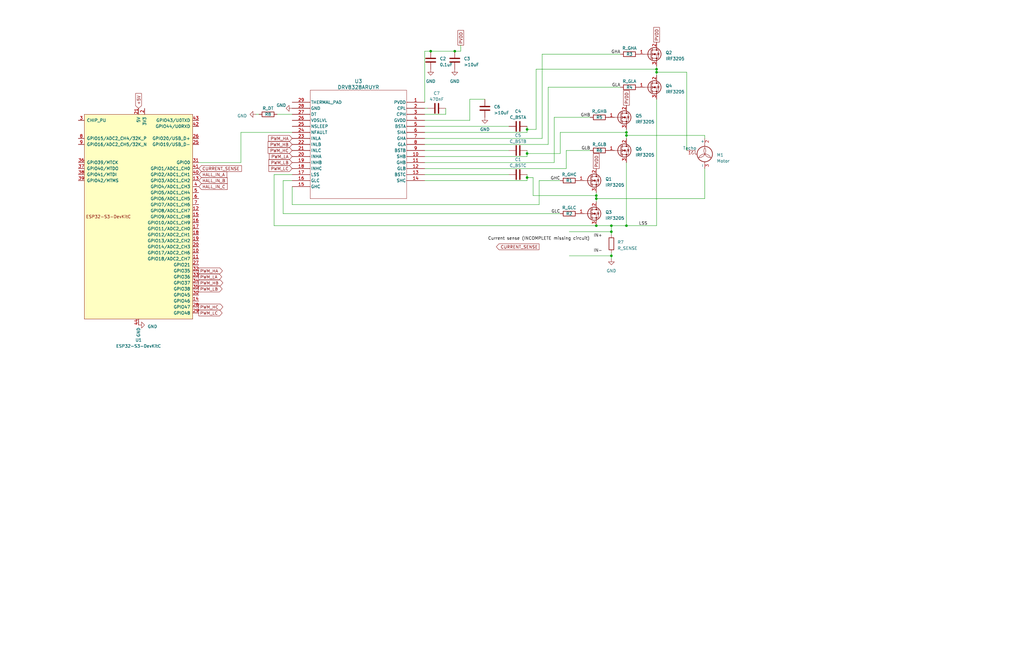
<source format=kicad_sch>
(kicad_sch (version 20230121) (generator eeschema)
  (paper "B")
  (lib_symbols
    (symbol "2023-05-01_18-34-24:DRV8328ARUYR" (pin_names (offset 0.254))
      (property "Reference" "U" (at 27.94 10.16 0))
      (property "Value" "DRV8328ARUYR" (at 27.94 7.62 0))
      (symbol "DRV8328ARUYR_0_1"
        (polyline (pts (xy 7.62 -40.64) (xy 48.26 -40.64)) (stroke (width 0.127)))
        (polyline (pts (xy 7.62 5.08) (xy 7.62 -40.64)) (stroke (width 0.127)))
        (polyline (pts (xy 48.26 -40.64) (xy 48.26 5.08)) (stroke (width 0.127)))
        (polyline (pts (xy 48.26 5.08) (xy 7.62 5.08)) (stroke (width 0.127)))
        (pin power_in line (at 0 0 0) (length 7.62) (name "PVDD") (number "1"))
        (pin bidirectional line (at 0 -22.86 0) (length 7.62) (name "SHB") (number "10"))
        (pin output line (at 0 -25.4 0) (length 7.62) (name "GHB") (number "11"))
        (pin output line (at 0 -27.94 0) (length 7.62) (name "GLB") (number "12"))
        (pin output line (at 0 -30.48 0) (length 7.62) (name "BSTC") (number "13"))
        (pin bidirectional line (at 0 -33.02 0) (length 7.62) (name "SHC") (number "14"))
        (pin output line (at 55.88 -35.56 180) (length 7.62) (name "GHC") (number "15"))
        (pin output line (at 55.88 -33.02 180) (length 7.62) (name "GLC") (number "16"))
        (pin power_in line (at 55.88 -30.48 180) (length 7.62) (name "LSS") (number "17"))
        (pin input line (at 55.88 -27.94 180) (length 7.62) (name "INHC") (number "18"))
        (pin input line (at 55.88 -25.4 180) (length 7.62) (name "INHB") (number "19"))
        (pin power_in line (at 0 -2.54 0) (length 7.62) (name "CPL") (number "2"))
        (pin input line (at 55.88 -22.86 180) (length 7.62) (name "INHA") (number "20"))
        (pin input line (at 55.88 -20.32 180) (length 7.62) (name "INLC") (number "21"))
        (pin input line (at 55.88 -17.78 180) (length 7.62) (name "INLB") (number "22"))
        (pin input line (at 55.88 -15.24 180) (length 7.62) (name "INLA") (number "23"))
        (pin output line (at 55.88 -12.7 180) (length 7.62) (name "NFAULT") (number "24"))
        (pin input line (at 55.88 -10.16 180) (length 7.62) (name "NSLEEP") (number "25"))
        (pin input line (at 55.88 -7.62 180) (length 7.62) (name "VDSLVL") (number "26"))
        (pin input line (at 55.88 -5.08 180) (length 7.62) (name "DT") (number "27"))
        (pin power_in line (at 55.88 -2.54 180) (length 7.62) (name "GND") (number "28"))
        (pin power_out line (at 55.88 0 180) (length 7.62) (name "THERMAL_PAD") (number "29"))
        (pin power_in line (at 0 -5.08 0) (length 7.62) (name "CPH") (number "3"))
        (pin power_in line (at 0 -7.62 0) (length 7.62) (name "GVDD") (number "4"))
        (pin output line (at 0 -10.16 0) (length 7.62) (name "BSTA") (number "5"))
        (pin bidirectional line (at 0 -12.7 0) (length 7.62) (name "SHA") (number "6"))
        (pin output line (at 0 -15.24 0) (length 7.62) (name "GHA") (number "7"))
        (pin output line (at 0 -17.78 0) (length 7.62) (name "GLA") (number "8"))
        (pin output line (at 0 -20.32 0) (length 7.62) (name "BSTB") (number "9"))
      )
    )
    (symbol "Device:C" (pin_numbers hide) (pin_names (offset 0.254))
      (property "Reference" "C" (at 0.635 2.54 0))
      (property "Value" "C" (at 0.635 -2.54 0))
      (symbol "C_0_1"
        (polyline (pts (xy -2.032 -0.762) (xy 2.032 -0.762)) (stroke (width 0.508)))
        (polyline (pts (xy -2.032 0.762) (xy 2.032 0.762)) (stroke (width 0.508)))
      )
      (symbol "C_1_1"
        (pin passive line (at 0 3.81 270) (length 2.794) (name "~") (number "1"))
        (pin passive line (at 0 -3.81 90) (length 2.794) (name "~") (number "2"))
      )
    )
    (symbol "Device:R" (pin_numbers hide) (pin_names (offset 0))
      (property "Reference" "R" (at 2.032 0 90))
      (property "Value" "R" (at 0 0 90))
      (symbol "R_0_1"
        (rectangle (start -1.016 -2.54) (end 1.016 2.54) (stroke (width 0.254)))
      )
      (symbol "R_1_1"
        (pin passive line (at 0 3.81 270) (length 1.27) (name "~") (number "1"))
        (pin passive line (at 0 -3.81 90) (length 1.27) (name "~") (number "2"))
      )
    )
    (symbol "Espressif:ESP32-S3-DevKitC" (pin_names (offset 1.016))
      (property "Reference" "U" (at -22.86 48.26 0))
      (property "Value" "ESP32-S3-DevKitC" (at -22.86 45.72 0))
      (symbol "ESP32-S3-DevKitC_0_0"
        (text "ESP32-S3-DevKitC" (at -12.7 0 0) (effects (font (size 1.27 1.27))))
        (pin bidirectional line (at 25.4 -35.56 180) (length 2.54) (name "GPIO46") (number "14"))
        (pin bidirectional line (at 25.4 -10.16 180) (length 2.54) (name "GPIO13/ADC2_CH2") (number "19"))
        (pin bidirectional line (at -25.4 15.24 0) (length 2.54) (name "GPIO42/MTMS") (number "39"))
        (pin bidirectional line (at 25.4 17.78 180) (length 2.54) (name "GPIO2/ADC1_CH1") (number "40"))
        (pin bidirectional line (at 25.4 20.32 180) (length 2.54) (name "GPIO1/ADC1_CH0") (number "41"))
        (pin bidirectional line (at 25.4 38.1 180) (length 2.54) (name "GPIO44/U0RXD") (number "42"))
        (pin bidirectional line (at 25.4 40.64 180) (length 2.54) (name "GPIO43/U0TXD") (number "43"))
        (pin power_in line (at 0 -43.18 270) (length 2.54) (name "GND") (number "44"))
      )
      (symbol "ESP32-S3-DevKitC_0_1"
        (rectangle (start -22.86 43.18) (end 22.86 -43.18) (fill (type background)))
        (pin power_in line (at 2.54 45.72 270) (length 2.54) (name "3V3") (number "2"))
      )
      (symbol "ESP32-S3-DevKitC_1_1"
        (pin passive line (at 2.54 45.72 270) (length 2.54) hide (name "3V3") (number "1"))
        (pin bidirectional line (at 25.4 -15.24 180) (length 2.54) (name "GPIO17/ADC2_CH6") (number "10"))
        (pin bidirectional line (at 25.4 -17.78 180) (length 2.54) (name "GPIO18/ADC2_CH7") (number "11"))
        (pin bidirectional line (at 25.4 2.54 180) (length 2.54) (name "GPIO8/ADC1_CH7") (number "12"))
        (pin bidirectional line (at 25.4 15.24 180) (length 2.54) (name "GPIO3/ADC1_CH2") (number "13"))
        (pin bidirectional line (at 25.4 0 180) (length 2.54) (name "GPIO9/ADC1_CH8") (number "15"))
        (pin bidirectional line (at 25.4 -2.54 180) (length 2.54) (name "GPIO10/ADC1_CH9") (number "16"))
        (pin bidirectional line (at 25.4 -5.08 180) (length 2.54) (name "GPIO11/ADC2_CH0") (number "17"))
        (pin bidirectional line (at 25.4 -7.62 180) (length 2.54) (name "GPIO12/ADC2_CH1") (number "18"))
        (pin bidirectional line (at 25.4 -12.7 180) (length 2.54) (name "GPIO14/ADC2_CH3") (number "20"))
        (pin power_in line (at 0 45.72 270) (length 2.54) (name "5V") (number "21"))
        (pin passive line (at 0 -43.18 270) (length 2.54) hide (name "GND") (number "22"))
        (pin passive line (at 0 -43.18 270) (length 2.54) hide (name "GND") (number "23"))
        (pin passive line (at 0 -43.18 270) (length 2.54) hide (name "GND") (number "24"))
        (pin bidirectional line (at 25.4 30.48 180) (length 2.54) (name "GPIO19/USB_D-") (number "25"))
        (pin bidirectional line (at 25.4 33.02 180) (length 2.54) (name "GPIO20/USB_D+") (number "26"))
        (pin bidirectional line (at 25.4 -20.32 180) (length 2.54) (name "GPIO21") (number "27"))
        (pin bidirectional line (at 25.4 -38.1 180) (length 2.54) (name "GPIO47") (number "28"))
        (pin bidirectional line (at 25.4 -40.64 180) (length 2.54) (name "GPIO48") (number "29"))
        (pin input line (at -25.4 40.64 0) (length 2.54) (name "CHIP_PU") (number "3"))
        (pin bidirectional line (at 25.4 -33.02 180) (length 2.54) (name "GPIO45") (number "30"))
        (pin bidirectional line (at 25.4 22.86 180) (length 2.54) (name "GPIO0") (number "31"))
        (pin bidirectional line (at 25.4 -22.86 180) (length 2.54) (name "GPIO35") (number "32"))
        (pin bidirectional line (at 25.4 -25.4 180) (length 2.54) (name "GPIO36") (number "33"))
        (pin bidirectional line (at 25.4 -27.94 180) (length 2.54) (name "GPIO37") (number "34"))
        (pin bidirectional line (at 25.4 -30.48 180) (length 2.54) (name "GPIO38") (number "35"))
        (pin bidirectional line (at -25.4 22.86 0) (length 2.54) (name "GPIO39/MTCK") (number "36"))
        (pin bidirectional line (at -25.4 20.32 0) (length 2.54) (name "GPIO40/MTDO") (number "37"))
        (pin bidirectional line (at -25.4 17.78 0) (length 2.54) (name "GPIO41/MTDI") (number "38"))
        (pin bidirectional line (at 25.4 12.7 180) (length 2.54) (name "GPIO4/ADC1_CH3") (number "4"))
        (pin bidirectional line (at 25.4 10.16 180) (length 2.54) (name "GPIO5/ADC1_CH4") (number "5"))
        (pin bidirectional line (at 25.4 7.62 180) (length 2.54) (name "GPIO6/ADC1_CH5") (number "6"))
        (pin bidirectional line (at 25.4 5.08 180) (length 2.54) (name "GPIO7/ADC1_CH6") (number "7"))
        (pin bidirectional line (at -25.4 33.02 0) (length 2.54) (name "GPIO15/ADC2_CH4/32K_P") (number "8"))
        (pin bidirectional line (at -25.4 30.48 0) (length 2.54) (name "GPIO16/ADC2_CH5/32K_N") (number "9"))
      )
    )
    (symbol "Motor:Fan_3pin" (pin_names (offset 0))
      (property "Reference" "M" (at 2.54 2.54 0))
      (property "Value" "Fan_3pin" (at 2.54 -5.08 0))
      (symbol "Fan_3pin_0_0"
        (arc (start -5.588 -1.016) (mid -5.08 -1.5218) (end -4.572 -1.016))
        (arc (start -5.08 -0.508) (mid -5.4392 -0.6568) (end -5.588 -1.016))
        (polyline (pts (xy -5.08 -0.508) (xy -5.334 -0.381)))
        (polyline (pts (xy -5.08 -0.508) (xy -5.207 -0.762)))
        (polyline (pts (xy -4.064 0) (xy -4.064 -1.524) (xy -3.302 -1.524)))
      )
      (symbol "Fan_3pin_0_1"
        (arc (start -2.54 -3.048) (mid 0.0028 -1.6279) (end 0 1.27))
        (circle (center 0 -1.524) (radius 3.2512) (stroke (width 0.254)))
        (polyline (pts (xy -4.064 0) (xy -5.08 0)))
        (polyline (pts (xy 0 -7.62) (xy 0 -7.112)))
        (polyline (pts (xy 0 -4.7752) (xy 0 -5.1816)))
        (polyline (pts (xy 0 1.7272) (xy 0 2.0828)))
        (polyline (pts (xy 0 2.032) (xy 0 2.54)))
        (arc (start 0 1.27) (mid 0.053 -1.619) (end 2.54 -3.048))
        (arc (start 2.54 -3.048) (mid 0 -1.4782) (end -2.54 -3.048))
      )
      (symbol "Fan_3pin_1_1"
        (pin passive line (at -7.62 0 0) (length 2.54) (name "Tacho") (number "1"))
        (pin passive line (at 0 5.08 270) (length 2.54) (name "+") (number "2"))
        (pin passive line (at 0 -7.62 90) (length 2.54) (name "-") (number "3"))
      )
    )
    (symbol "Transistor_FET:IRF3205" (pin_names hide)
      (property "Reference" "Q" (at 6.35 1.905 0))
      (property "Value" "IRF3205" (at 6.35 0 0))
      (symbol "IRF3205_0_1"
        (polyline (pts (xy 0.254 0) (xy -2.54 0)))
        (polyline (pts (xy 0.254 1.905) (xy 0.254 -1.905)) (stroke (width 0.254)))
        (polyline (pts (xy 0.762 -1.27) (xy 0.762 -2.286)) (stroke (width 0.254)))
        (polyline (pts (xy 0.762 0.508) (xy 0.762 -0.508)) (stroke (width 0.254)))
        (polyline (pts (xy 0.762 2.286) (xy 0.762 1.27)) (stroke (width 0.254)))
        (polyline (pts (xy 2.54 2.54) (xy 2.54 1.778)))
        (polyline (pts (xy 2.54 -2.54) (xy 2.54 0) (xy 0.762 0)))
        (polyline (pts (xy 0.762 -1.778) (xy 3.302 -1.778) (xy 3.302 1.778) (xy 0.762 1.778)))
        (polyline (pts (xy 1.016 0) (xy 2.032 0.381) (xy 2.032 -0.381) (xy 1.016 0)) (fill (type outline)))
        (polyline (pts (xy 2.794 0.508) (xy 2.921 0.381) (xy 3.683 0.381) (xy 3.81 0.254)))
        (polyline (pts (xy 3.302 0.381) (xy 2.921 -0.254) (xy 3.683 -0.254) (xy 3.302 0.381)))
        (circle (center 1.651 0) (radius 2.794) (stroke (width 0.254)))
        (circle (center 2.54 -1.778) (radius 0.254) (fill (type outline)))
        (circle (center 2.54 1.778) (radius 0.254) (fill (type outline)))
      )
      (symbol "IRF3205_1_1"
        (pin input line (at -5.08 0 0) (length 2.54) (name "G") (number "1"))
        (pin passive line (at 2.54 5.08 270) (length 2.54) (name "D") (number "2"))
        (pin passive line (at 2.54 -5.08 90) (length 2.54) (name "S") (number "3"))
      )
    )
    (symbol "power:GND" (power) (pin_names (offset 0))
      (property "Value" "GND" (at 0 -3.81 0))
      (symbol "GND_0_1"
        (polyline (pts (xy 0 0) (xy 0 -1.27) (xy 1.27 -1.27) (xy 0 -2.54) (xy -1.27 -1.27) (xy 0 -1.27)))
      )
      (symbol "GND_1_1"
        (pin power_in line (at 0 0 270) (length 0) hide (name "GND") (number "1"))
      )
    )
  )
  (junction (at 257.81 107.95))
  (junction (at 257.81 97.79))
  (junction (at 264.16 57.15))
  (junction (at 191.77 21.59))
  (junction (at 251.46 83.82))
  (junction (at 276.86 30.48))
  (junction (at 222.25 64.77))
  (junction (at 222.25 74.93))
  (junction (at 264.16 55.88))
  (junction (at 264.16 95.25))
  (junction (at 222.25 54.61))
  (junction (at 251.46 82.55))
  (junction (at 276.86 29.21))
  (junction (at 181.61 21.59))
  (junction (at 251.46 95.25))
  (junction (at 257.81 95.25))
  (wire (pts (xy 179.07 58.42) (xy 228.6 58.42)))
  (wire (pts (xy 179.07 50.8) (xy 198.12 50.8)))
  (wire (pts (xy 198.12 41.91) (xy 204.47 41.91)))
  (wire (pts (xy 264.16 57.15) (xy 297.18 57.15)))
  (wire (pts (xy 222.25 73.66) (xy 222.25 74.93)))
  (wire (pts (xy 179.07 76.2) (xy 222.25 76.2)))
  (wire (pts (xy 222.25 64.77) (xy 222.25 66.04)))
  (wire (pts (xy 194.31 21.59) (xy 194.31 19.05)))
  (wire (pts (xy 238.76 63.5) (xy 248.92 63.5)))
  (wire (pts (xy 187.96 48.26) (xy 179.07 48.26)))
  (wire (pts (xy 231.14 60.96) (xy 179.07 60.96)))
  (wire (pts (xy 123.19 76.2) (xy 119.38 76.2)))
  (wire (pts (xy 191.77 21.59) (xy 194.31 21.59)))
  (wire (pts (xy 101.6 55.88) (xy 101.6 68.58)))
  (wire (pts (xy 187.96 45.72) (xy 187.96 48.26)))
  (wire (pts (xy 179.07 73.66) (xy 214.63 73.66)))
  (wire (pts (xy 233.68 49.53) (xy 248.92 49.53)))
  (wire (pts (xy 123.19 55.88) (xy 101.6 55.88)))
  (wire (pts (xy 264.16 95.25) (xy 276.86 95.25)))
  (wire (pts (xy 276.86 95.25) (xy 276.86 41.91)))
  (wire (pts (xy 222.25 74.93) (xy 222.25 76.2)))
  (wire (pts (xy 224.79 82.55) (xy 251.46 82.55)))
  (wire (pts (xy 228.6 22.86) (xy 261.62 22.86)))
  (wire (pts (xy 236.22 64.77) (xy 222.25 64.77)))
  (wire (pts (xy 179.07 63.5) (xy 214.63 63.5)))
  (wire (pts (xy 119.38 90.17) (xy 236.22 90.17)))
  (wire (pts (xy 251.46 83.82) (xy 251.46 85.09)))
  (wire (pts (xy 227.33 76.2) (xy 236.22 76.2)))
  (wire (pts (xy 107.95 48.26) (xy 109.22 48.26)))
  (wire (pts (xy 227.33 86.36) (xy 227.33 76.2)))
  (wire (pts (xy 179.07 21.59) (xy 181.61 21.59)))
  (wire (pts (xy 257.81 107.95) (xy 240.03 107.95)))
  (wire (pts (xy 276.86 30.48) (xy 276.86 29.21)))
  (wire (pts (xy 224.79 74.93) (xy 224.79 82.55)))
  (wire (pts (xy 179.07 21.59) (xy 179.07 43.18)))
  (wire (pts (xy 233.68 68.58) (xy 233.68 49.53)))
  (wire (pts (xy 257.81 99.06) (xy 257.81 97.79)))
  (wire (pts (xy 222.25 54.61) (xy 222.25 53.34)))
  (wire (pts (xy 257.81 97.79) (xy 257.81 95.25)))
  (wire (pts (xy 116.84 48.26) (xy 123.19 48.26)))
  (wire (pts (xy 115.57 95.25) (xy 251.46 95.25)))
  (wire (pts (xy 264.16 57.15) (xy 264.16 58.42)))
  (wire (pts (xy 222.25 63.5) (xy 222.25 64.77)))
  (wire (pts (xy 251.46 82.55) (xy 251.46 81.28)))
  (wire (pts (xy 179.07 55.88) (xy 222.25 55.88)))
  (wire (pts (xy 101.6 68.58) (xy 83.82 68.58)))
  (wire (pts (xy 179.07 66.04) (xy 222.25 66.04)))
  (wire (pts (xy 226.06 29.21) (xy 226.06 54.61)))
  (wire (pts (xy 222.25 54.61) (xy 222.25 55.88)))
  (wire (pts (xy 224.79 74.93) (xy 222.25 74.93)))
  (wire (pts (xy 181.61 21.59) (xy 191.77 21.59)))
  (wire (pts (xy 276.86 27.94) (xy 276.86 29.21)))
  (wire (pts (xy 179.07 71.12) (xy 238.76 71.12)))
  (wire (pts (xy 226.06 54.61) (xy 222.25 54.61)))
  (wire (pts (xy 264.16 55.88) (xy 264.16 54.61)))
  (wire (pts (xy 123.19 86.36) (xy 227.33 86.36)))
  (wire (pts (xy 119.38 76.2) (xy 119.38 90.17)))
  (wire (pts (xy 297.18 83.82) (xy 297.18 71.12)))
  (wire (pts (xy 289.56 30.48) (xy 289.56 63.5)))
  (wire (pts (xy 231.14 36.83) (xy 231.14 60.96)))
  (wire (pts (xy 297.18 57.15) (xy 297.18 58.42)))
  (wire (pts (xy 123.19 78.74) (xy 123.19 86.36)))
  (wire (pts (xy 226.06 29.21) (xy 276.86 29.21)))
  (wire (pts (xy 257.81 109.22) (xy 257.81 107.95)))
  (wire (pts (xy 276.86 31.75) (xy 276.86 30.48)))
  (wire (pts (xy 231.14 36.83) (xy 261.62 36.83)))
  (wire (pts (xy 115.57 73.66) (xy 115.57 95.25)))
  (wire (pts (xy 257.81 97.79) (xy 240.03 97.79)))
  (wire (pts (xy 179.07 68.58) (xy 233.68 68.58)))
  (wire (pts (xy 251.46 83.82) (xy 297.18 83.82)))
  (wire (pts (xy 251.46 82.55) (xy 251.46 83.82)))
  (wire (pts (xy 251.46 95.25) (xy 257.81 95.25)))
  (wire (pts (xy 236.22 55.88) (xy 236.22 64.77)))
  (wire (pts (xy 257.81 107.95) (xy 257.81 106.68)))
  (wire (pts (xy 198.12 50.8) (xy 198.12 41.91)))
  (wire (pts (xy 276.86 30.48) (xy 289.56 30.48)))
  (wire (pts (xy 179.07 53.34) (xy 214.63 53.34)))
  (wire (pts (xy 264.16 55.88) (xy 264.16 57.15)))
  (wire (pts (xy 264.16 68.58) (xy 264.16 95.25)))
  (wire (pts (xy 179.07 45.72) (xy 180.34 45.72)))
  (wire (pts (xy 228.6 58.42) (xy 228.6 22.86)))
  (wire (pts (xy 236.22 55.88) (xy 264.16 55.88)))
  (wire (pts (xy 264.16 95.25) (xy 257.81 95.25)))
  (wire (pts (xy 123.19 73.66) (xy 115.57 73.66)))
  (wire (pts (xy 238.76 63.5) (xy 238.76 71.12)))
  (label "GLC" (at 236.22 90.17 180))
  (label "GHA" (at 261.62 22.86 180))
  (label "GLA" (at 261.62 36.83 180))
  (label "IN+" (at 254 100.33 180))
  (label "GHB" (at 248.92 49.53 180))
  (label "LSS" (at 273.05 95.25 180))
  (label "IN-" (at 254 106.68 180))
  (label "Current sense (INCOMPLETE missing circuit)" (at 205.74 101.6 0))
  (label "GHC" (at 236.22 76.2 180))
  (label "GLB" (at 248.92 63.5 180))
  (global_label "PWM_HB" (shape input) (at 123.19 60.96 180) (property "Intersheetrefs" "${INTERSHEET_REFS}" (effects hide)))
  (global_label "CURRENT_SENSE" (shape input) (at 83.82 71.12 0) (property "Intersheetrefs" "${INTERSHEET_REFS}" (effects hide)))
  (global_label "PWM_HA" (shape input) (at 123.19 58.42 180) (property "Intersheetrefs" "${INTERSHEET_REFS}" (effects hide)))
  (global_label "HALL_IN_C" (shape input) (at 83.82 78.74 0) (property "Intersheetrefs" "${INTERSHEET_REFS}" (effects hide)))
  (global_label "PWM_LC" (shape input) (at 123.19 71.12 180) (property "Intersheetrefs" "${INTERSHEET_REFS}" (effects hide)))
  (global_label "PVDD" (shape passive) (at 264.16 44.45 90) (property "Intersheetrefs" "${INTERSHEET_REFS}" (effects hide)))
  (global_label "PWM_HA" (shape output) (at 83.82 114.3 0) (property "Intersheetrefs" "${INTERSHEET_REFS}" (effects hide)))
  (global_label "HALL_IN_A" (shape input) (at 83.82 73.66 0) (property "Intersheetrefs" "${INTERSHEET_REFS}" (effects hide)))
  (global_label "PVDD" (shape passive) (at 194.31 19.05 90) (property "Intersheetrefs" "${INTERSHEET_REFS}" (effects hide)))
  (global_label "PWM_HC" (shape input) (at 123.19 63.5 180) (property "Intersheetrefs" "${INTERSHEET_REFS}" (effects hide)))
  (global_label "PWM_LA" (shape output) (at 83.82 116.84 0) (property "Intersheetrefs" "${INTERSHEET_REFS}" (effects hide)))
  (global_label "PWM_LA" (shape input) (at 123.19 66.04 180) (property "Intersheetrefs" "${INTERSHEET_REFS}" (effects hide)))
  (global_label "+5V" (shape input) (at 58.42 45.72 90) (property "Intersheetrefs" "${INTERSHEET_REFS}" (effects hide)))
  (global_label "PVDD" (shape passive) (at 251.46 71.12 90) (property "Intersheetrefs" "${INTERSHEET_REFS}" (effects hide)))
  (global_label "PWM_LB" (shape input) (at 123.19 68.58 180) (property "Intersheetrefs" "${INTERSHEET_REFS}" (effects hide)))
  (global_label "HALL_IN_B" (shape input) (at 83.82 76.2 0) (property "Intersheetrefs" "${INTERSHEET_REFS}" (effects hide)))
  (global_label "PWM_LB" (shape output) (at 83.82 121.92 0) (property "Intersheetrefs" "${INTERSHEET_REFS}" (effects hide)))
  (global_label "PVDD" (shape passive) (at 276.86 17.78 90) (property "Intersheetrefs" "${INTERSHEET_REFS}" (effects hide)))
  (global_label "PWM_LC" (shape output) (at 83.82 132.08 0) (property "Intersheetrefs" "${INTERSHEET_REFS}" (effects hide)))
  (global_label "CURRENT_SENSE" (shape output) (at 227.33 104.14 180) (property "Intersheetrefs" "${INTERSHEET_REFS}" (effects hide)))
  (global_label "PWM_HC" (shape output) (at 83.82 129.54 0) (property "Intersheetrefs" "${INTERSHEET_REFS}" (effects hide)))
  (global_label "PWM_HB" (shape output) (at 83.82 119.38 0) (property "Intersheetrefs" "${INTERSHEET_REFS}" (effects hide)))
  (symbol (lib_id "Device:R") (at 257.81 102.87 0) (unit 1)
    (property "Reference" "R7" (at 260.35 102.235 0) (effects (justify left)))
    (property "Value" "R_SENSE" (at 260.35 104.775 0) (effects (justify left)))
  )
  (symbol (lib_id "Device:C") (at 204.47 45.72 0) (unit 1)
    (property "Reference" "C6" (at 208.28 45.085 0) (effects (justify left)))
    (property "Value" ">10uF" (at 208.28 47.625 0) (effects (justify left)))
  )
  (symbol (lib_id "Transistor_FET:IRF3205") (at 248.92 76.2 0) (unit 1)
    (property "Reference" "Q1" (at 255.27 75.565 0) (effects (justify left)))
    (property "Value" "IRF3205" (at 255.27 78.105 0) (effects (justify left)))
    (property "Footprint" "Package_TO_SOT_THT:TO-220-3_Vertical" (effects hide))
    (property "Datasheet" "http://www.irf.com/product-info/datasheets/data/irf3205.pdf" (effects hide))
  )
  (symbol (lib_id "Device:C") (at 181.61 25.4 0) (unit 1)
    (property "Reference" "C2" (at 185.42 24.765 0) (effects (justify left)))
    (property "Value" "0.1uF" (at 185.42 27.305 0) (effects (justify left)))
  )
  (symbol (lib_id "Device:C") (at 218.44 73.66 90) (unit 1)
    (property "Reference" "C1" (at 218.44 67.31 90))
    (property "Value" "C_BSTC" (at 218.44 69.85 90))
  )
  (symbol (lib_id "power:GND") (at 181.61 29.21 0) (unit 1)
    (property "Reference" "#PWR04" (effects hide))
    (property "Value" "GND" (at 181.61 34.29 0))
  )
  (symbol (lib_id "Espressif:ESP32-S3-DevKitC") (at 58.42 91.44 0) (unit 1)
    (property "Reference" "U1" (at 58.42 143.51 0))
    (property "Value" "ESP32-S3-DevKitC" (at 58.42 146.05 0))
    (property "Footprint" "Espressif:ESP32-S3-DevKitC" (effects hide))
  )
  (symbol (lib_id "Device:R") (at 240.03 76.2 90) (unit 1)
    (property "Reference" "R1" (at 240.03 76.2 90))
    (property "Value" "R_GHC" (at 240.03 73.66 90))
  )
  (symbol (lib_id "2023-05-01_18-34-24:DRV8328ARUYR") (at 179.07 43.18 0) (mirror y) (unit 1)
    (property "Reference" "U3" (at 151.13 34.29 0) (effects (font (size 1.524 1.524))))
    (property "Value" "DRV8328ARUYR" (at 151.13 36.83 0) (effects (font (size 1.524 1.524))))
    (property "Footprint" "RUY0028A_WQFN_TEX" (effects hide))
    (property "Datasheet" "DRV8328ARUYR" (effects hide))
  )
  (symbol (lib_id "Transistor_FET:IRF3205") (at 274.32 36.83 0) (unit 1)
    (property "Reference" "Q4" (at 280.67 36.195 0) (effects (justify left)))
    (property "Value" "IRF3205" (at 280.67 38.735 0) (effects (justify left)))
    (property "Footprint" "Package_TO_SOT_THT:TO-220-3_Vertical" (effects hide))
    (property "Datasheet" "http://www.irf.com/product-info/datasheets/data/irf3205.pdf" (effects hide))
  )
  (symbol (lib_id "Transistor_FET:IRF3205") (at 261.62 63.5 0) (unit 1)
    (property "Reference" "Q6" (at 267.97 62.865 0) (effects (justify left)))
    (property "Value" "IRF3205" (at 267.97 65.405 0) (effects (justify left)))
    (property "Footprint" "Package_TO_SOT_THT:TO-220-3_Vertical" (effects hide))
    (property "Datasheet" "http://www.irf.com/product-info/datasheets/data/irf3205.pdf" (effects hide))
  )
  (symbol (lib_id "Device:R") (at 252.73 49.53 90) (unit 1)
    (property "Reference" "R5" (at 252.73 49.53 90))
    (property "Value" "R_GHB" (at 252.73 46.99 90))
  )
  (symbol (lib_id "power:GND") (at 107.95 48.26 270) (unit 1)
    (property "Reference" "#PWR07" (effects hide))
    (property "Value" "GND" (at 104.14 48.895 90) (effects (justify right)))
  )
  (symbol (lib_id "Device:C") (at 218.44 53.34 90) (unit 1)
    (property "Reference" "C4" (at 218.44 46.99 90))
    (property "Value" "C_BSTA" (at 218.44 49.53 90))
  )
  (symbol (lib_id "Transistor_FET:IRF3205") (at 274.32 22.86 0) (unit 1)
    (property "Reference" "Q2" (at 280.67 22.225 0) (effects (justify left)))
    (property "Value" "IRF3205" (at 280.67 24.765 0) (effects (justify left)))
    (property "Footprint" "Package_TO_SOT_THT:TO-220-3_Vertical" (effects hide))
    (property "Datasheet" "http://www.irf.com/product-info/datasheets/data/irf3205.pdf" (effects hide))
  )
  (symbol (lib_id "Device:C") (at 218.44 63.5 90) (unit 1)
    (property "Reference" "C5" (at 218.44 57.15 90))
    (property "Value" "C_BSTB" (at 218.44 59.69 90))
  )
  (symbol (lib_id "Device:R") (at 240.03 90.17 90) (unit 1)
    (property "Reference" "R2" (at 240.03 90.17 90))
    (property "Value" "R_GLC" (at 240.03 87.63 90))
  )
  (symbol (lib_id "Device:R") (at 113.03 48.26 90) (unit 1)
    (property "Reference" "R8" (at 113.03 48.26 90))
    (property "Value" "R_DT" (at 113.03 45.72 90))
  )
  (symbol (lib_id "Device:C") (at 184.15 45.72 90) (unit 1)
    (property "Reference" "C7" (at 184.15 39.37 90))
    (property "Value" "470nF" (at 184.15 41.91 90))
  )
  (symbol (lib_id "Device:C") (at 191.77 25.4 0) (unit 1)
    (property "Reference" "C3" (at 195.58 24.765 0) (effects (justify left)))
    (property "Value" ">10uF" (at 195.58 27.305 0) (effects (justify left)))
  )
  (symbol (lib_id "Device:R") (at 265.43 36.83 90) (unit 1)
    (property "Reference" "R4" (at 265.43 36.83 90))
    (property "Value" "R_GLA" (at 265.43 34.29 90))
  )
  (symbol (lib_id "power:GND") (at 204.47 49.53 0) (unit 1)
    (property "Reference" "#PWR06" (effects hide))
    (property "Value" "GND" (at 204.47 54.61 0))
  )
  (symbol (lib_id "Device:R") (at 265.43 22.86 90) (unit 1)
    (property "Reference" "R3" (at 265.43 22.86 90))
    (property "Value" "R_GHA" (at 265.43 20.32 90))
  )
  (symbol (lib_id "Transistor_FET:IRF3205") (at 261.62 49.53 0) (unit 1)
    (property "Reference" "Q5" (at 267.97 48.895 0) (effects (justify left)))
    (property "Value" "IRF3205" (at 267.97 51.435 0) (effects (justify left)))
    (property "Footprint" "Package_TO_SOT_THT:TO-220-3_Vertical" (effects hide))
    (property "Datasheet" "http://www.irf.com/product-info/datasheets/data/irf3205.pdf" (effects hide))
  )
  (symbol (lib_id "power:GND") (at 123.19 45.72 270) (unit 1)
    (property "Reference" "#PWR03" (effects hide))
    (property "Value" "GND" (at 120.65 44.45 90) (effects (justify right)))
  )
  (symbol (lib_id "power:GND") (at 191.77 29.21 0) (unit 1)
    (property "Reference" "#PWR05" (effects hide))
    (property "Value" "GND" (at 191.77 34.29 0))
  )
  (symbol (lib_id "Transistor_FET:IRF3205") (at 248.92 90.17 0) (unit 1)
    (property "Reference" "Q3" (at 255.27 89.535 0) (effects (justify left)))
    (property "Value" "IRF3205" (at 255.27 92.075 0) (effects (justify left)))
    (property "Footprint" "Package_TO_SOT_THT:TO-220-3_Vertical" (effects hide))
    (property "Datasheet" "http://www.irf.com/product-info/datasheets/data/irf3205.pdf" (effects hide))
  )
  (symbol (lib_id "Device:R") (at 252.73 63.5 90) (unit 1)
    (property "Reference" "R6" (at 252.73 63.5 90))
    (property "Value" "R_GLB" (at 252.73 60.96 90))
  )
  (symbol (lib_id "Motor:Fan_3pin") (at 297.18 63.5 0) (unit 1)
    (property "Reference" "M1" (at 302.26 65.405 0) (effects (justify left)))
    (property "Value" "Motor" (at 302.26 67.945 0) (effects (justify left)))
    (property "Datasheet" "http://www.hardwarecanucks.com/forum/attachments/new-builds/16287d1330775095-help-chassis-power-fan-connectors-motherboard-asus_p8z68.jpg" (effects hide))
  )
  (symbol (lib_id "power:GND") (at 257.81 109.22 0) (unit 1)
    (property "Reference" "#PWR01" (effects hide))
    (property "Value" "GND" (at 257.81 114.3 0))
  )
  (symbol (lib_id "power:GND") (at 58.42 137.16 90) (unit 1)
    (property "Reference" "#PWR02" (effects hide))
    (property "Value" "GND" (at 62.23 137.795 90) (effects (justify right)))
  )
)
</source>
